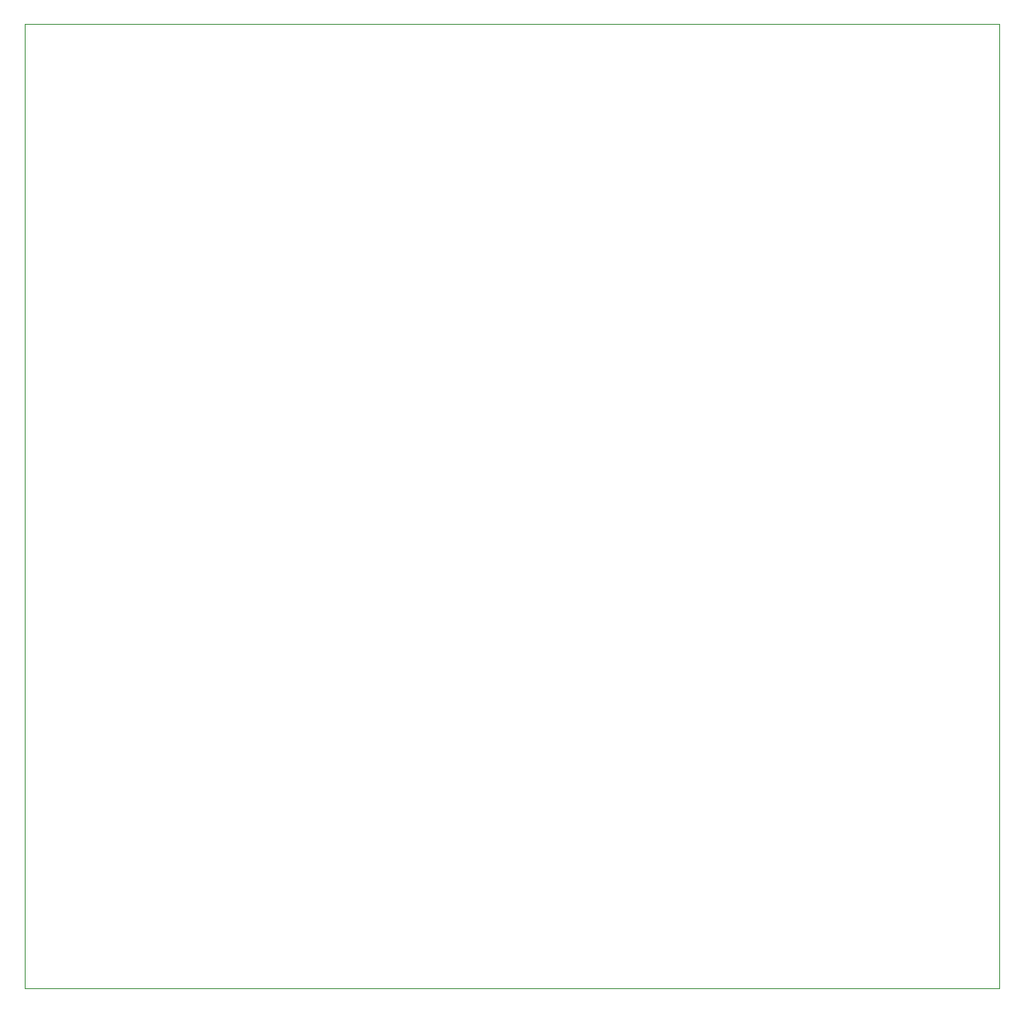
<source format=gbr>
%TF.GenerationSoftware,KiCad,Pcbnew,(5.1.8)-1*%
%TF.CreationDate,2021-04-27T15:23:58-04:00*%
%TF.ProjectId,ww_power-supply - 2,77775f70-6f77-4657-922d-737570706c79,rev?*%
%TF.SameCoordinates,Original*%
%TF.FileFunction,Profile,NP*%
%FSLAX46Y46*%
G04 Gerber Fmt 4.6, Leading zero omitted, Abs format (unit mm)*
G04 Created by KiCad (PCBNEW (5.1.8)-1) date 2021-04-27 15:23:58*
%MOMM*%
%LPD*%
G01*
G04 APERTURE LIST*
%TA.AperFunction,Profile*%
%ADD10C,0.050000*%
%TD*%
G04 APERTURE END LIST*
D10*
X50000000Y-163000000D02*
X50000000Y-64000000D01*
X150000000Y-163000000D02*
X50000000Y-163000000D01*
X150000000Y-64000000D02*
X150000000Y-163000000D01*
X50000000Y-64000000D02*
X150000000Y-64000000D01*
M02*

</source>
